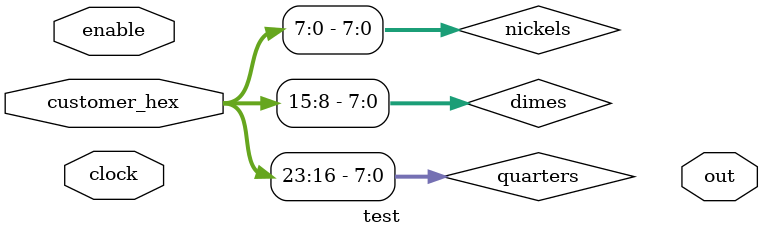
<source format=v>
module test(clock, enable, customer_hex, out);
	input clock, enable;
	input [23:0] customer_hex;
	output reg out;
	
	reg[7:0] quarters, dimes, nickels;
	
	always @ (customer_hex) begin
		quarters <= customer_hex[23:16];
		dimes <= customer_hex[15:8];
		nickels <= customer_hex[7:0];
	end 
	
endmodule
</source>
